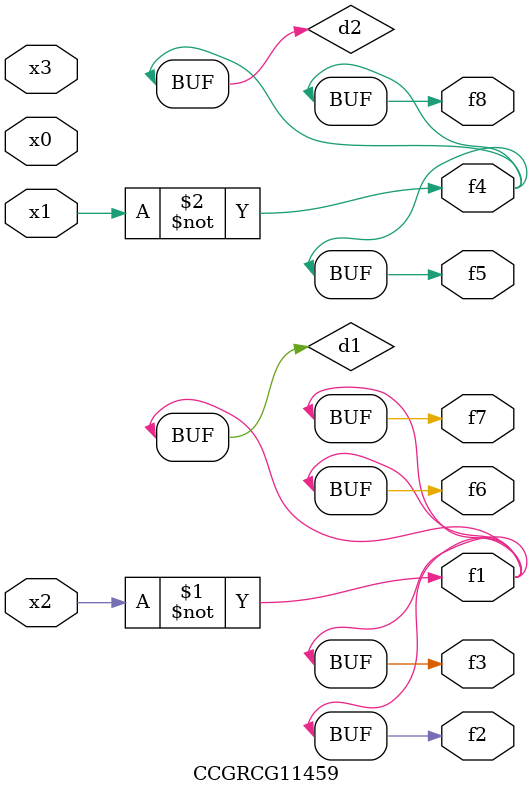
<source format=v>
module CCGRCG11459(
	input x0, x1, x2, x3,
	output f1, f2, f3, f4, f5, f6, f7, f8
);

	wire d1, d2;

	xnor (d1, x2);
	not (d2, x1);
	assign f1 = d1;
	assign f2 = d1;
	assign f3 = d1;
	assign f4 = d2;
	assign f5 = d2;
	assign f6 = d1;
	assign f7 = d1;
	assign f8 = d2;
endmodule

</source>
